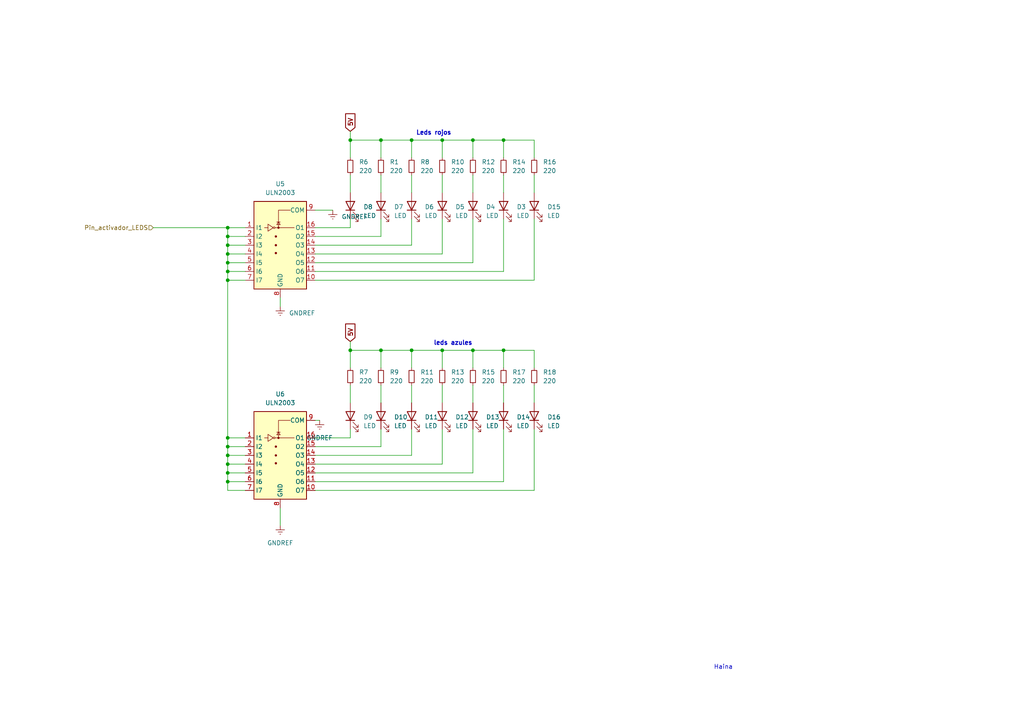
<source format=kicad_sch>
(kicad_sch (version 20230121) (generator eeschema)
  (paper "A4")
  (lib_symbols
    (symbol "Device:LED" (pin_numbers hide) (pin_names (offset 1.016) hide)
      (property "Reference" "D" (at 0 2.54 0))
      (property "Value" "LED" (at 0 -2.54 0))
      (symbol "LED_0_1"
        (polyline (pts (xy -1.27 -1.27) (xy -1.27 1.27)) (stroke (width 0.254)))
        (polyline (pts (xy -1.27 0) (xy 1.27 0)))
        (polyline (pts (xy 1.27 -1.27) (xy 1.27 1.27) (xy -1.27 0) (xy 1.27 -1.27)) (stroke (width 0.254)))
        (polyline (pts (xy -3.048 -0.762) (xy -4.572 -2.286) (xy -3.81 -2.286) (xy -4.572 -2.286) (xy -4.572 -1.524)))
        (polyline (pts (xy -1.778 -0.762) (xy -3.302 -2.286) (xy -2.54 -2.286) (xy -3.302 -2.286) (xy -3.302 -1.524)))
      )
      (symbol "LED_1_1"
        (pin passive line (at -3.81 0 0) (length 2.54) (name "K") (number "1"))
        (pin passive line (at 3.81 0 180) (length 2.54) (name "A") (number "2"))
      )
    )
    (symbol "Device:R_Small" (pin_numbers hide) (pin_names (offset 0.254) hide)
      (property "Reference" "R" (at 0.762 0.508 0))
      (property "Value" "R_Small" (at 0.762 -1.016 0))
      (symbol "R_Small_0_1"
        (rectangle (start -0.762 1.778) (end 0.762 -1.778) (stroke (width 0.2032)))
      )
      (symbol "R_Small_1_1"
        (pin passive line (at 0 2.54 270) (length 0.762) (name "~") (number "1"))
        (pin passive line (at 0 -2.54 90) (length 0.762) (name "~") (number "2"))
      )
    )
    (symbol "Transistor_Array:ULN2003"
      (property "Reference" "U" (at 0 15.875 0))
      (property "Value" "ULN2003" (at 0 13.97 0))
      (symbol "ULN2003_0_1"
        (rectangle (start -7.62 -12.7) (end 7.62 12.7) (stroke (width 0.254)) (fill (type background)))
        (circle (center -1.778 5.08) (radius 0.254))
        (circle (center -1.27 -2.286) (radius 0.254) (fill (type outline)))
        (circle (center -1.27 0) (radius 0.254) (fill (type outline)))
        (circle (center -1.27 2.54) (radius 0.254) (fill (type outline)))
        (circle (center -0.508 5.08) (radius 0.254) (fill (type outline)))
        (polyline (pts (xy -4.572 5.08) (xy -3.556 5.08)))
        (polyline (pts (xy -1.524 5.08) (xy 4.064 5.08)))
        (polyline (pts (xy 0 6.731) (xy -1.016 6.731)))
        (polyline (pts (xy -0.508 5.08) (xy -0.508 10.16) (xy 2.921 10.16)))
        (polyline (pts (xy -3.556 6.096) (xy -3.556 4.064) (xy -2.032 5.08) (xy -3.556 6.096)))
        (polyline (pts (xy 0 5.969) (xy -1.016 5.969) (xy -0.508 6.731) (xy 0 5.969)))
      )
      (symbol "ULN2003_1_1"
        (pin input line (at -10.16 5.08 0) (length 2.54) (name "I1") (number "1"))
        (pin open_collector line (at 10.16 -10.16 180) (length 2.54) (name "O7") (number "10"))
        (pin open_collector line (at 10.16 -7.62 180) (length 2.54) (name "O6") (number "11"))
        (pin open_collector line (at 10.16 -5.08 180) (length 2.54) (name "O5") (number "12"))
        (pin open_collector line (at 10.16 -2.54 180) (length 2.54) (name "O4") (number "13"))
        (pin open_collector line (at 10.16 0 180) (length 2.54) (name "O3") (number "14"))
        (pin open_collector line (at 10.16 2.54 180) (length 2.54) (name "O2") (number "15"))
        (pin open_collector line (at 10.16 5.08 180) (length 2.54) (name "O1") (number "16"))
        (pin input line (at -10.16 2.54 0) (length 2.54) (name "I2") (number "2"))
        (pin input line (at -10.16 0 0) (length 2.54) (name "I3") (number "3"))
        (pin input line (at -10.16 -2.54 0) (length 2.54) (name "I4") (number "4"))
        (pin input line (at -10.16 -5.08 0) (length 2.54) (name "I5") (number "5"))
        (pin input line (at -10.16 -7.62 0) (length 2.54) (name "I6") (number "6"))
        (pin input line (at -10.16 -10.16 0) (length 2.54) (name "I7") (number "7"))
        (pin power_in line (at 0 -15.24 90) (length 2.54) (name "GND") (number "8"))
        (pin passive line (at 10.16 10.16 180) (length 2.54) (name "COM") (number "9"))
      )
    )
    (symbol "power:GNDREF" (power) (pin_names (offset 0))
      (property "Value" "GNDREF" (at 0 -3.81 0))
      (symbol "GNDREF_0_1"
        (polyline (pts (xy -0.635 -1.905) (xy 0.635 -1.905)))
        (polyline (pts (xy -0.127 -2.54) (xy 0.127 -2.54)))
        (polyline (pts (xy 0 -1.27) (xy 0 0)))
        (polyline (pts (xy 1.27 -1.27) (xy -1.27 -1.27)))
      )
      (symbol "GNDREF_1_1"
        (pin power_in line (at 0 0 270) (length 0) hide (name "GNDREF") (number "1"))
      )
    )
  )
  (junction (at 119.38 40.64))
  (junction (at 66.04 129.54))
  (junction (at 66.04 137.16))
  (junction (at 101.6 101.6))
  (junction (at 66.04 71.12))
  (junction (at 66.04 132.08))
  (junction (at 137.16 101.6))
  (junction (at 66.04 66.04))
  (junction (at 137.16 40.64))
  (junction (at 66.04 81.28))
  (junction (at 66.04 127))
  (junction (at 66.04 76.2))
  (junction (at 128.27 40.64))
  (junction (at 146.05 101.6))
  (junction (at 110.49 101.6))
  (junction (at 66.04 78.74))
  (junction (at 66.04 73.66))
  (junction (at 66.04 68.58))
  (junction (at 128.27 101.6))
  (junction (at 146.05 40.64))
  (junction (at 66.04 139.7))
  (junction (at 101.6 40.64))
  (junction (at 119.38 101.6))
  (junction (at 66.04 134.62))
  (junction (at 110.49 40.64))
  (wire (pts (xy 128.27 73.66) (xy 91.44 73.66)))
  (wire (pts (xy 110.49 101.6) (xy 119.38 101.6)))
  (wire (pts (xy 110.49 40.64) (xy 119.38 40.64)))
  (wire (pts (xy 146.05 124.46) (xy 146.05 139.7)))
  (wire (pts (xy 146.05 101.6) (xy 154.94 101.6)))
  (wire (pts (xy 137.16 40.64) (xy 146.05 40.64)))
  (wire (pts (xy 110.49 50.8) (xy 110.49 55.88)))
  (wire (pts (xy 101.6 101.6) (xy 110.49 101.6)))
  (wire (pts (xy 137.16 63.5) (xy 137.16 76.2)))
  (wire (pts (xy 66.04 139.7) (xy 66.04 137.16)))
  (wire (pts (xy 66.04 132.08) (xy 66.04 129.54)))
  (wire (pts (xy 128.27 40.64) (xy 128.27 45.72)))
  (wire (pts (xy 128.27 134.62) (xy 91.44 134.62)))
  (wire (pts (xy 137.16 76.2) (xy 91.44 76.2)))
  (wire (pts (xy 128.27 101.6) (xy 137.16 101.6)))
  (wire (pts (xy 66.04 76.2) (xy 66.04 73.66)))
  (wire (pts (xy 146.05 101.6) (xy 146.05 106.68)))
  (wire (pts (xy 101.6 99.06) (xy 101.6 101.6)))
  (wire (pts (xy 110.49 124.46) (xy 110.49 129.54)))
  (wire (pts (xy 110.49 111.76) (xy 110.49 116.84)))
  (wire (pts (xy 137.16 137.16) (xy 91.44 137.16)))
  (wire (pts (xy 137.16 111.76) (xy 137.16 116.84)))
  (wire (pts (xy 146.05 40.64) (xy 154.94 40.64)))
  (wire (pts (xy 66.04 134.62) (xy 66.04 132.08)))
  (wire (pts (xy 81.28 86.36) (xy 81.28 88.9)))
  (wire (pts (xy 110.49 40.64) (xy 110.49 45.72)))
  (wire (pts (xy 137.16 124.46) (xy 137.16 137.16)))
  (wire (pts (xy 146.05 111.76) (xy 146.05 116.84)))
  (wire (pts (xy 66.04 73.66) (xy 66.04 71.12)))
  (wire (pts (xy 154.94 106.68) (xy 154.94 101.6)))
  (wire (pts (xy 91.44 121.92) (xy 92.71 121.92)))
  (wire (pts (xy 71.12 132.08) (xy 66.04 132.08)))
  (wire (pts (xy 128.27 124.46) (xy 128.27 134.62)))
  (wire (pts (xy 71.12 139.7) (xy 66.04 139.7)))
  (wire (pts (xy 119.38 101.6) (xy 119.38 106.68)))
  (wire (pts (xy 128.27 40.64) (xy 137.16 40.64)))
  (wire (pts (xy 66.04 71.12) (xy 66.04 68.58)))
  (wire (pts (xy 119.38 40.64) (xy 119.38 45.72)))
  (wire (pts (xy 81.28 147.32) (xy 81.28 152.4)))
  (wire (pts (xy 110.49 63.5) (xy 110.49 68.58)))
  (wire (pts (xy 66.04 78.74) (xy 66.04 76.2)))
  (wire (pts (xy 146.05 139.7) (xy 91.44 139.7)))
  (wire (pts (xy 91.44 66.04) (xy 101.6 66.04)))
  (wire (pts (xy 154.94 124.46) (xy 154.94 142.24)))
  (wire (pts (xy 71.12 142.24) (xy 66.04 142.24)))
  (wire (pts (xy 154.94 45.72) (xy 154.94 40.64)))
  (wire (pts (xy 154.94 142.24) (xy 91.44 142.24)))
  (wire (pts (xy 146.05 78.74) (xy 91.44 78.74)))
  (wire (pts (xy 154.94 63.5) (xy 154.94 81.28)))
  (wire (pts (xy 119.38 111.76) (xy 119.38 116.84)))
  (wire (pts (xy 154.94 111.76) (xy 154.94 116.84)))
  (wire (pts (xy 71.12 73.66) (xy 66.04 73.66)))
  (wire (pts (xy 119.38 132.08) (xy 91.44 132.08)))
  (wire (pts (xy 71.12 137.16) (xy 66.04 137.16)))
  (wire (pts (xy 101.6 111.76) (xy 101.6 116.84)))
  (wire (pts (xy 110.49 129.54) (xy 91.44 129.54)))
  (wire (pts (xy 119.38 101.6) (xy 128.27 101.6)))
  (wire (pts (xy 71.12 134.62) (xy 66.04 134.62)))
  (wire (pts (xy 137.16 101.6) (xy 146.05 101.6)))
  (wire (pts (xy 101.6 40.64) (xy 101.6 45.72)))
  (wire (pts (xy 66.04 66.04) (xy 71.12 66.04)))
  (wire (pts (xy 119.38 63.5) (xy 119.38 71.12)))
  (wire (pts (xy 91.44 60.96) (xy 96.52 60.96)))
  (wire (pts (xy 137.16 50.8) (xy 137.16 55.88)))
  (wire (pts (xy 110.49 68.58) (xy 91.44 68.58)))
  (wire (pts (xy 137.16 40.64) (xy 137.16 45.72)))
  (wire (pts (xy 154.94 81.28) (xy 91.44 81.28)))
  (wire (pts (xy 137.16 101.6) (xy 137.16 106.68)))
  (wire (pts (xy 71.12 129.54) (xy 66.04 129.54)))
  (wire (pts (xy 71.12 78.74) (xy 66.04 78.74)))
  (wire (pts (xy 101.6 40.64) (xy 110.49 40.64)))
  (wire (pts (xy 66.04 127) (xy 71.12 127)))
  (wire (pts (xy 119.38 50.8) (xy 119.38 55.88)))
  (wire (pts (xy 128.27 50.8) (xy 128.27 55.88)))
  (wire (pts (xy 101.6 101.6) (xy 101.6 106.68)))
  (wire (pts (xy 110.49 101.6) (xy 110.49 106.68)))
  (wire (pts (xy 44.45 66.04) (xy 66.04 66.04)))
  (wire (pts (xy 66.04 78.74) (xy 66.04 81.28)))
  (wire (pts (xy 66.04 137.16) (xy 66.04 134.62)))
  (wire (pts (xy 146.05 50.8) (xy 146.05 55.88)))
  (wire (pts (xy 101.6 38.1) (xy 101.6 40.64)))
  (wire (pts (xy 71.12 81.28) (xy 66.04 81.28)))
  (wire (pts (xy 128.27 101.6) (xy 128.27 106.68)))
  (wire (pts (xy 101.6 63.5) (xy 101.6 66.04)))
  (wire (pts (xy 101.6 50.8) (xy 101.6 55.88)))
  (wire (pts (xy 71.12 71.12) (xy 66.04 71.12)))
  (wire (pts (xy 66.04 129.54) (xy 66.04 127)))
  (wire (pts (xy 66.04 81.28) (xy 66.04 127)))
  (wire (pts (xy 146.05 63.5) (xy 146.05 78.74)))
  (wire (pts (xy 128.27 111.76) (xy 128.27 116.84)))
  (wire (pts (xy 119.38 71.12) (xy 91.44 71.12)))
  (wire (pts (xy 91.44 127) (xy 101.6 127)))
  (wire (pts (xy 119.38 124.46) (xy 119.38 132.08)))
  (wire (pts (xy 71.12 76.2) (xy 66.04 76.2)))
  (wire (pts (xy 66.04 142.24) (xy 66.04 139.7)))
  (wire (pts (xy 119.38 40.64) (xy 128.27 40.64)))
  (wire (pts (xy 66.04 68.58) (xy 66.04 66.04)))
  (wire (pts (xy 101.6 124.46) (xy 101.6 127)))
  (wire (pts (xy 128.27 63.5) (xy 128.27 73.66)))
  (wire (pts (xy 154.94 50.8) (xy 154.94 55.88)))
  (wire (pts (xy 146.05 40.64) (xy 146.05 45.72)))
  (wire (pts (xy 71.12 68.58) (xy 66.04 68.58)))
  (text "Haina" (at 207.01 194.31 0) (effects (font (size 1.27 1.27)) (justify left bottom)))
  (text "Leds rojos" (at 120.65 39.37 0) (effects (font (size 1.27 1.27) bold) (justify left bottom)))
  (text "leds azules" (at 125.73 100.33 0) (effects (font (size 1.27 1.27) bold) (justify left bottom)))
  (global_label "5V" (shape input) (at 101.6 99.06 90) (effects (font bold)) (property "Intersheetrefs" "${INTERSHEET_REFS}" (effects hide)))
  (global_label "5V" (shape input) (at 101.6 38.1 90) (effects (font bold)) (property "Intersheetrefs" "${INTERSHEET_REFS}" (effects hide)))
  (hierarchical_label "Pin_activador_LEDS" (shape input) (at 44.45 66.04 180))
  (symbol (lib_id "Device:R_Small") (at 119.38 48.26 0) (unit 1)
    (property "Reference" "R8" (at 121.92 46.9899 0) (effects (justify left)))
    (property "Value" "220" (at 121.92 49.5299 0) (effects (justify left)))
    (property "Footprint" "Resistor_SMD:R_0201_0603Metric" (effects hide))
    (instances (project "KISS_V2" (path "" (reference "R8") (unit 1))) (project "driver" (path "" (reference "R1") (unit 1))))
  )
  (symbol (lib_id "Device:LED") (at 101.6 59.69 90) (unit 1)
    (property "Reference" "D8" (at 105.41 60.0074 90) (effects (justify right)))
    (property "Value" "LED" (at 105.41 62.5474 90) (effects (justify right)))
    (property "Footprint" "LED_SMD:LED_1206_3216Metric" (effects hide))
    (instances (project "KISS_V2" (path "" (reference "D8") (unit 1))) (project "driver" (path "" (reference "D?") (unit 1))))
  )
  (symbol (lib_id "Device:LED") (at 119.38 59.69 90) (unit 1)
    (property "Reference" "D6" (at 123.19 60.0074 90) (effects (justify right)))
    (property "Value" "LED" (at 123.19 62.5474 90) (effects (justify right)))
    (property "Footprint" "LED_SMD:LED_1206_3216Metric" (effects hide))
    (instances (project "KISS_V2" (path "" (reference "D6") (unit 1))) (project "driver" (path "" (reference "D?") (unit 1))))
  )
  (symbol (lib_id "power:GNDREF") (at 81.28 88.9 0) (unit 1)
    (property "Reference" "#PWR010" (effects hide))
    (property "Value" "GNDREF" (at 83.82 90.805 0) (effects (justify left)))
    (instances (project "KISS_V2" (path "" (reference "#PWR010") (unit 1))) (project "driver" (path "" (reference "#PWR?") (unit 1))))
  )
  (symbol (lib_id "Device:R_Small") (at 137.16 109.22 0) (unit 1)
    (property "Reference" "R15" (at 139.7 107.9499 0) (effects (justify left)))
    (property "Value" "220" (at 139.7 110.4899 0) (effects (justify left)))
    (property "Footprint" "Resistor_SMD:R_0201_0603Metric" (effects hide))
    (instances (project "KISS_V2" (path "" (reference "R15") (unit 1))) (project "driver" (path "" (reference "R1") (unit 1))))
  )
  (symbol (lib_id "Device:R_Small") (at 128.27 109.22 0) (unit 1)
    (property "Reference" "R13" (at 130.81 107.9499 0) (effects (justify left)))
    (property "Value" "220" (at 130.81 110.4899 0) (effects (justify left)))
    (property "Footprint" "Resistor_SMD:R_0201_0603Metric" (effects hide))
    (instances (project "KISS_V2" (path "" (reference "R13") (unit 1))) (project "driver" (path "" (reference "R1") (unit 1))))
  )
  (symbol (lib_id "Device:LED") (at 154.94 120.65 90) (unit 1)
    (property "Reference" "D16" (at 158.75 120.9674 90) (effects (justify right)))
    (property "Value" "LED" (at 158.75 123.5074 90) (effects (justify right)))
    (property "Footprint" "LED_SMD:LED_1206_3216Metric" (effects hide))
    (instances (project "KISS_V2" (path "" (reference "D16") (unit 1))) (project "driver" (path "" (reference "D?") (unit 1))))
  )
  (symbol (lib_id "Device:LED") (at 101.6 120.65 90) (unit 1)
    (property "Reference" "D9" (at 105.41 120.9674 90) (effects (justify right)))
    (property "Value" "LED" (at 105.41 123.5074 90) (effects (justify right)))
    (property "Footprint" "LED_SMD:LED_1206_3216Metric" (effects hide))
    (instances (project "KISS_V2" (path "" (reference "D9") (unit 1))) (project "driver" (path "" (reference "D?") (unit 1))))
  )
  (symbol (lib_id "power:GNDREF") (at 92.71 121.92 0) (unit 1)
    (property "Reference" "#PWR012" (effects hide))
    (property "Value" "GNDREF" (at 92.71 127 0))
    (instances (project "KISS_V2" (path "" (reference "#PWR012") (unit 1))) (project "driver" (path "" (reference "#PWR?") (unit 1))))
  )
  (symbol (lib_id "Device:LED") (at 137.16 120.65 90) (unit 1)
    (property "Reference" "D13" (at 140.97 120.9674 90) (effects (justify right)))
    (property "Value" "LED" (at 140.97 123.5074 90) (effects (justify right)))
    (property "Footprint" "LED_SMD:LED_1206_3216Metric" (effects hide))
    (instances (project "KISS_V2" (path "" (reference "D13") (unit 1))) (project "driver" (path "" (reference "D?") (unit 1))))
  )
  (symbol (lib_id "Device:LED") (at 137.16 59.69 90) (unit 1)
    (property "Reference" "D4" (at 140.97 60.0074 90) (effects (justify right)))
    (property "Value" "LED" (at 140.97 62.5474 90) (effects (justify right)))
    (property "Footprint" "LED_SMD:LED_1206_3216Metric" (effects hide))
    (instances (project "KISS_V2" (path "" (reference "D4") (unit 1))) (project "driver" (path "" (reference "D?") (unit 1))))
  )
  (symbol (lib_id "Device:LED") (at 146.05 59.69 90) (unit 1)
    (property "Reference" "D3" (at 149.86 60.0074 90) (effects (justify right)))
    (property "Value" "LED" (at 149.86 62.5474 90) (effects (justify right)))
    (property "Footprint" "LED_SMD:LED_1206_3216Metric" (effects hide))
    (instances (project "KISS_V2" (path "" (reference "D3") (unit 1))) (project "driver" (path "" (reference "D?") (unit 1))))
  )
  (symbol (lib_id "Device:R_Small") (at 119.38 109.22 0) (unit 1)
    (property "Reference" "R11" (at 121.92 107.9499 0) (effects (justify left)))
    (property "Value" "220" (at 121.92 110.4899 0) (effects (justify left)))
    (property "Footprint" "Resistor_SMD:R_0201_0603Metric" (effects hide))
    (instances (project "KISS_V2" (path "" (reference "R11") (unit 1))) (project "driver" (path "" (reference "R1") (unit 1))))
  )
  (symbol (lib_id "Device:LED") (at 110.49 120.65 90) (unit 1)
    (property "Reference" "D10" (at 114.3 120.9674 90) (effects (justify right)))
    (property "Value" "LED" (at 114.3 123.5074 90) (effects (justify right)))
    (property "Footprint" "LED_SMD:LED_1206_3216Metric" (effects hide))
    (instances (project "KISS_V2" (path "" (reference "D10") (unit 1))) (project "driver" (path "" (reference "D?") (unit 1))))
  )
  (symbol (lib_id "Device:R_Small") (at 128.27 48.26 0) (unit 1)
    (property "Reference" "R10" (at 130.81 46.9899 0) (effects (justify left)))
    (property "Value" "220" (at 130.81 49.5299 0) (effects (justify left)))
    (property "Footprint" "Resistor_SMD:R_0201_0603Metric" (effects hide))
    (instances (project "KISS_V2" (path "" (reference "R10") (unit 1))) (project "driver" (path "" (reference "R1") (unit 1))))
  )
  (symbol (lib_id "Device:LED") (at 128.27 120.65 90) (unit 1)
    (property "Reference" "D12" (at 132.08 120.9674 90) (effects (justify right)))
    (property "Value" "LED" (at 132.08 123.5074 90) (effects (justify right)))
    (property "Footprint" "LED_SMD:LED_1206_3216Metric" (effects hide))
    (instances (project "KISS_V2" (path "" (reference "D12") (unit 1))) (project "driver" (path "" (reference "D?") (unit 1))))
  )
  (symbol (lib_id "power:GNDREF") (at 81.28 152.4 0) (unit 1)
    (property "Reference" "#PWR07" (effects hide))
    (property "Value" "GNDREF" (at 81.28 157.48 0))
    (instances (project "KISS_V2" (path "" (reference "#PWR07") (unit 1))) (project "driver" (path "" (reference "#PWR?") (unit 1))))
  )
  (symbol (lib_id "Device:R_Small") (at 154.94 48.26 0) (unit 1)
    (property "Reference" "R16" (at 157.48 46.9899 0) (effects (justify left)))
    (property "Value" "220" (at 157.48 49.5299 0) (effects (justify left)))
    (property "Footprint" "Resistor_SMD:R_0201_0603Metric" (effects hide))
    (instances (project "KISS_V2" (path "" (reference "R16") (unit 1))) (project "driver" (path "" (reference "R1") (unit 1))))
  )
  (symbol (lib_id "Transistor_Array:ULN2003") (at 81.28 71.12 0) (unit 1)
    (property "Reference" "U5" (at 81.28 53.34 0))
    (property "Value" "ULN2003" (at 81.28 55.88 0))
    (property "Datasheet" "http://www.ti.com/lit/ds/symlink/uln2003a.pdf" (effects hide))
    (instances (project "KISS_V2" (path "" (reference "U5") (unit 1))) (project "driver" (path "" (reference "U1") (unit 1))))
  )
  (symbol (lib_id "Device:LED") (at 146.05 120.65 90) (unit 1)
    (property "Reference" "D14" (at 149.86 120.9674 90) (effects (justify right)))
    (property "Value" "LED" (at 149.86 123.5074 90) (effects (justify right)))
    (property "Footprint" "LED_SMD:LED_1206_3216Metric" (effects hide))
    (instances (project "KISS_V2" (path "" (reference "D14") (unit 1))) (project "driver" (path "" (reference "D?") (unit 1))))
  )
  (symbol (lib_id "Device:LED") (at 110.49 59.69 90) (unit 1)
    (property "Reference" "D7" (at 114.3 60.0074 90) (effects (justify right)))
    (property "Value" "LED" (at 114.3 62.5474 90) (effects (justify right)))
    (property "Footprint" "LED_SMD:LED_1206_3216Metric" (effects hide))
    (instances (project "KISS_V2" (path "" (reference "D7") (unit 1))) (project "driver" (path "" (reference "D?") (unit 1))))
  )
  (symbol (lib_id "Device:R_Small") (at 154.94 109.22 0) (unit 1)
    (property "Reference" "R18" (at 157.48 107.9499 0) (effects (justify left)))
    (property "Value" "220" (at 157.48 110.4899 0) (effects (justify left)))
    (property "Footprint" "Resistor_SMD:R_0201_0603Metric" (effects hide))
    (instances (project "KISS_V2" (path "" (reference "R18") (unit 1))) (project "driver" (path "" (reference "R1") (unit 1))))
  )
  (symbol (lib_id "Device:R_Small") (at 101.6 109.22 0) (unit 1)
    (property "Reference" "R7" (at 104.14 107.9499 0) (effects (justify left)))
    (property "Value" "220" (at 104.14 110.4899 0) (effects (justify left)))
    (property "Footprint" "Resistor_SMD:R_0201_0603Metric" (effects hide))
    (instances (project "KISS_V2" (path "" (reference "R7") (unit 1))) (project "driver" (path "" (reference "R1") (unit 1))))
  )
  (symbol (lib_id "Device:LED") (at 119.38 120.65 90) (unit 1)
    (property "Reference" "D11" (at 123.19 120.9674 90) (effects (justify right)))
    (property "Value" "LED" (at 123.19 123.5074 90) (effects (justify right)))
    (property "Footprint" "LED_SMD:LED_1206_3216Metric" (effects hide))
    (instances (project "KISS_V2" (path "" (reference "D11") (unit 1))) (project "driver" (path "" (reference "D?") (unit 1))))
  )
  (symbol (lib_id "Device:R_Small") (at 137.16 48.26 0) (unit 1)
    (property "Reference" "R12" (at 139.7 46.9899 0) (effects (justify left)))
    (property "Value" "220" (at 139.7 49.5299 0) (effects (justify left)))
    (property "Footprint" "Resistor_SMD:R_0201_0603Metric" (effects hide))
    (instances (project "KISS_V2" (path "" (reference "R12") (unit 1))) (project "driver" (path "" (reference "R1") (unit 1))))
  )
  (symbol (lib_id "Device:R_Small") (at 146.05 109.22 0) (unit 1)
    (property "Reference" "R17" (at 148.59 107.9499 0) (effects (justify left)))
    (property "Value" "220" (at 148.59 110.4899 0) (effects (justify left)))
    (property "Footprint" "Resistor_SMD:R_0201_0603Metric" (effects hide))
    (instances (project "KISS_V2" (path "" (reference "R17") (unit 1))) (project "driver" (path "" (reference "R1") (unit 1))))
  )
  (symbol (lib_id "Device:R_Small") (at 146.05 48.26 0) (unit 1)
    (property "Reference" "R14" (at 148.59 46.9899 0) (effects (justify left)))
    (property "Value" "220" (at 148.59 49.5299 0) (effects (justify left)))
    (property "Footprint" "Resistor_SMD:R_0201_0603Metric" (effects hide))
    (instances (project "KISS_V2" (path "" (reference "R14") (unit 1))) (project "driver" (path "" (reference "R1") (unit 1))))
  )
  (symbol (lib_id "Device:LED") (at 128.27 59.69 90) (unit 1)
    (property "Reference" "D5" (at 132.08 60.0074 90) (effects (justify right)))
    (property "Value" "LED" (at 132.08 62.5474 90) (effects (justify right)))
    (property "Footprint" "LED_SMD:LED_1206_3216Metric" (effects hide))
    (instances (project "KISS_V2" (path "" (reference "D5") (unit 1))) (project "driver" (path "" (reference "D?") (unit 1))))
  )
  (symbol (lib_id "Device:R_Small") (at 110.49 109.22 0) (unit 1)
    (property "Reference" "R9" (at 113.03 107.9499 0) (effects (justify left)))
    (property "Value" "220" (at 113.03 110.4899 0) (effects (justify left)))
    (property "Footprint" "Resistor_SMD:R_0201_0603Metric" (effects hide))
    (instances (project "KISS_V2" (path "" (reference "R9") (unit 1))) (project "driver" (path "" (reference "R1") (unit 1))))
  )
  (symbol (lib_id "Device:LED") (at 154.94 59.69 90) (unit 1)
    (property "Reference" "D15" (at 158.75 60.0074 90) (effects (justify right)))
    (property "Value" "LED" (at 158.75 62.5474 90) (effects (justify right)))
    (property "Footprint" "LED_SMD:LED_1206_3216Metric" (effects hide))
    (instances (project "KISS_V2" (path "" (reference "D15") (unit 1))) (project "driver" (path "" (reference "D?") (unit 1))))
  )
  (symbol (lib_id "power:GNDREF") (at 96.52 60.96 0) (unit 1)
    (property "Reference" "#PWR011" (effects hide))
    (property "Value" "GNDREF" (at 99.06 62.865 0) (effects (justify left)))
    (instances (project "KISS_V2" (path "" (reference "#PWR011") (unit 1))) (project "driver" (path "" (reference "#PWR?") (unit 1))))
  )
  (symbol (lib_id "Device:R_Small") (at 110.49 48.26 0) (unit 1)
    (property "Reference" "R1" (at 113.03 46.9899 0) (effects (justify left)))
    (property "Value" "220" (at 113.03 49.5299 0) (effects (justify left)))
    (property "Footprint" "Resistor_SMD:R_0201_0603Metric" (effects hide))
  )
  (symbol (lib_id "Transistor_Array:ULN2003") (at 81.28 132.08 0) (unit 1)
    (property "Reference" "U6" (at 81.28 114.3 0))
    (property "Value" "ULN2003" (at 81.28 116.84 0))
    (property "Datasheet" "http://www.ti.com/lit/ds/symlink/uln2003a.pdf" (effects hide))
    (instances (project "KISS_V2" (path "" (reference "U6") (unit 1))) (project "driver" (path "" (reference "U2") (unit 1))))
  )
  (symbol (lib_id "Device:R_Small") (at 101.6 48.26 0) (unit 1)
    (property "Reference" "R6" (at 104.14 46.9899 0) (effects (justify left)))
    (property "Value" "220" (at 104.14 49.5299 0) (effects (justify left)))
    (property "Footprint" "Resistor_SMD:R_0201_0603Metric" (effects hide))
    (instances (project "KISS_V2" (path "" (reference "R6") (unit 1))) (project "driver" (path "" (reference "R1") (unit 1))))
  )
)
</source>
